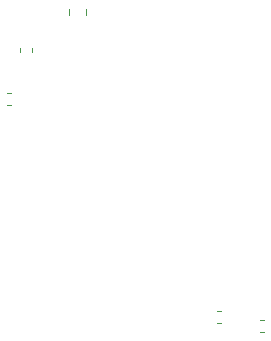
<source format=gbr>
G04 #@! TF.GenerationSoftware,KiCad,Pcbnew,5.1.2-f72e74a~84~ubuntu16.04.1*
G04 #@! TF.CreationDate,2019-06-08T12:34:56+01:00*
G04 #@! TF.ProjectId,bldc-BMS,626c6463-2d42-44d5-932e-6b696361645f,rev?*
G04 #@! TF.SameCoordinates,Original*
G04 #@! TF.FileFunction,Legend,Bot*
G04 #@! TF.FilePolarity,Positive*
%FSLAX46Y46*%
G04 Gerber Fmt 4.6, Leading zero omitted, Abs format (unit mm)*
G04 Created by KiCad (PCBNEW 5.1.2-f72e74a~84~ubuntu16.04.1) date 2019-06-08 12:34:56*
%MOMM*%
%LPD*%
G04 APERTURE LIST*
%ADD10C,0.120000*%
G04 APERTURE END LIST*
D10*
X144110000Y-46037221D02*
X144110000Y-46362779D01*
X143090000Y-46037221D02*
X143090000Y-46362779D01*
X147290000Y-43258578D02*
X147290000Y-42741422D01*
X148710000Y-43258578D02*
X148710000Y-42741422D01*
X163762779Y-70110000D02*
X163437221Y-70110000D01*
X163762779Y-69090000D02*
X163437221Y-69090000D01*
X160162779Y-69310000D02*
X159837221Y-69310000D01*
X160162779Y-68290000D02*
X159837221Y-68290000D01*
X142362779Y-50910000D02*
X142037221Y-50910000D01*
X142362779Y-49890000D02*
X142037221Y-49890000D01*
M02*

</source>
